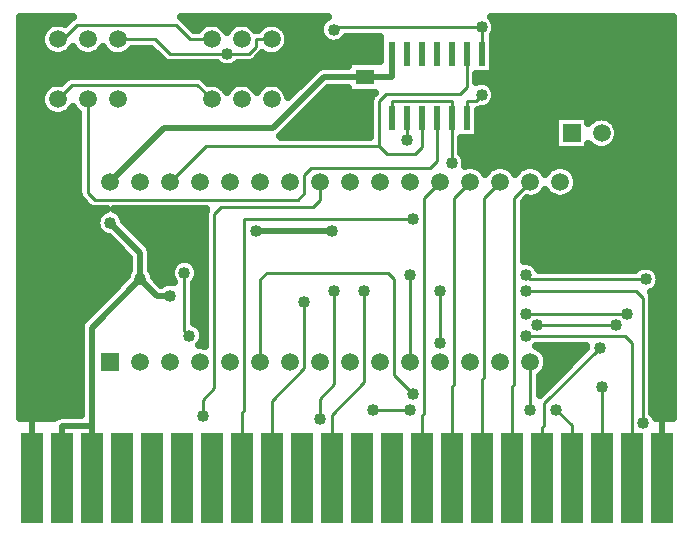
<source format=gtl>
G04 DipTrace 3.0.0.2*
G04 C64cart.GTL*
%MOMM*%
G04 #@! TF.FileFunction,Copper,L1,Top*
G04 #@! TF.Part,Single*
G04 #@! TA.AperFunction,Conductor*
%ADD10C,0.25*%
%ADD13C,0.5*%
G04 #@! TA.AperFunction,CopperBalancing*
%ADD14C,0.635*%
G04 #@! TA.AperFunction,ComponentPad*
%ADD15R,1.5X1.5*%
%ADD16C,1.5*%
%ADD17R,0.6X2.0*%
G04 #@! TA.AperFunction,ComponentPad*
%ADD18C,1.5*%
%ADD19R,1.5X1.3*%
%ADD20R,1.91X7.62*%
G04 #@! TA.AperFunction,ViaPad*
%ADD21C,1.016*%
%FSLAX35Y35*%
G04*
G71*
G90*
G75*
G01*
G04 Top*
%LPD*%
X3534300Y2967000D2*
D10*
Y2409790D1*
X3255050Y2130540D1*
Y1477050D1*
X4454000Y3669350D2*
X3026300D1*
Y2052970D1*
X3001050Y2027720D1*
Y1477050D1*
X2397800Y3985300D2*
X2700300Y4287800D1*
X4169300D1*
Y4670550D1*
X4227300Y4728550D1*
X4848050D1*
X4906050Y4786550D1*
Y5065050D1*
X4169300Y4287800D2*
X4235300Y4221800D1*
X4467050D1*
X4525050Y4279800D1*
Y4525050D1*
X4271050D2*
Y4670550D1*
X4779050D1*
Y4525050D1*
X4042300Y3063300D2*
Y2293790D1*
X3763050Y2014540D1*
Y1477050D1*
X4779050Y4525050D2*
Y4144100D1*
X5408600Y3063300D2*
X6341350D1*
X6399350Y3005300D1*
Y1941850D1*
X4683800Y2620100D2*
Y3063300D1*
X5408600Y3197900D2*
X5446900Y3159600D1*
X6423100D1*
X4429800Y3197900D2*
Y2461300D1*
X5503780Y2774400D2*
X6172500D1*
X5408600Y2870700D2*
X6268800D1*
X4454000Y2192460D2*
X4296300Y2350160D1*
Y3159600D1*
X4238300Y3217600D1*
X3217800D1*
X3159800Y3159600D1*
Y2461300D1*
X4113350Y2057860D2*
X4428750D1*
X3788300Y3063300D2*
Y2272940D1*
X3666750Y2151390D1*
Y1980160D1*
X2676010Y1999850D2*
Y2141190D1*
X2772300Y2237480D1*
Y3716580D1*
X2830300Y3774580D1*
X3609800D1*
X3667800Y3832580D1*
Y3985300D1*
X3255050Y5191800D2*
X3121550D1*
Y5129300D1*
X3063550Y5071300D1*
X2880550D1*
X2392300D1*
X2271800Y5191800D1*
X1953300D1*
X2747050Y4683800D2*
X2626550Y4804300D1*
X1565800D1*
X1445300Y4683800D1*
X2556600Y2684050D2*
X2518300Y2722350D1*
Y3214650D1*
X1445300Y5191800D2*
X1490800D1*
X1611300Y5312300D1*
X2448050D1*
X2568550Y5191800D1*
X2747050D1*
X5408600Y2678100D2*
X6245050D1*
X6303050Y2620100D1*
Y1477050D1*
X6049050Y2250470D2*
Y1477050D1*
X5662600Y2057850D2*
X5795050Y1925400D1*
Y1477050D1*
X5445800Y2057850D2*
Y2461300D1*
X6037900Y2581800D2*
X5566300Y2110200D1*
Y1928800D1*
X5541050Y1903550D1*
Y1477050D1*
X5445800Y3985300D2*
X5312300Y3851800D1*
Y2277630D1*
X5287050Y2252380D1*
Y1477050D1*
X5191800Y3985300D2*
X5058300Y3851800D1*
Y2335640D1*
X5033050Y2310390D1*
Y1477050D1*
X4937800Y3985300D2*
X4804300Y3851800D1*
Y2277650D1*
X4779050Y2252400D1*
Y1477050D1*
X4683800Y3985300D2*
X4550300Y3851800D1*
Y2030980D1*
X4525050Y2005730D1*
Y1477050D1*
X5033050Y4525050D2*
D13*
X5188310D1*
Y4188080D1*
X5795050Y5160050D2*
X6049050D1*
X3890010Y4535500D2*
Y4684300D1*
X4048800D1*
X1223050Y2048550D2*
Y1477050D1*
X6557050Y2119250D2*
Y1477050D1*
X5941600Y3287300D2*
X6474050D1*
X6557050Y3204300D1*
Y2119250D1*
X5188310Y4188080D2*
Y4137280D1*
X5858600D1*
X5941600Y4054280D1*
Y3287300D1*
X4398050Y4341250D2*
D10*
Y4525050D1*
X5033050Y4721350D2*
X4982250Y4670550D1*
X4906050D1*
Y4525050D1*
X5033050Y5293550D2*
Y5065050D1*
X3781220Y5274000D2*
X3800770Y5293550D1*
X5033050D1*
X1699300Y4683800D2*
Y3890580D1*
X1757300Y3832580D1*
X3476300D1*
X3534300Y3890580D1*
Y4047800D1*
X3592300Y4105800D1*
X4594050D1*
X4652050Y4163800D1*
Y4525050D1*
X1889800Y3637300D2*
D13*
X2143800Y3383300D1*
Y3163050D1*
X1889800Y3985300D2*
X2344507Y4440007D1*
X3264470D1*
X3698763Y4874300D1*
X4048800D1*
X2143800Y3163050D2*
X1731050Y2750300D1*
Y1916050D1*
X1477050D1*
Y1477050D1*
X3122600Y3573050D2*
X3763000D1*
X2143800Y3163050D2*
X2284000Y3022850D1*
X2397800D1*
X1731050Y1916050D2*
Y1477050D1*
X4048800Y4874300D2*
X4271050D1*
Y5065050D1*
D21*
X3534300Y2967000D3*
X4454000Y3669350D3*
X4779050Y4144100D3*
X4042300Y3063300D3*
X6399350Y1941850D3*
X5408600Y3063300D3*
X4683800D3*
Y2620100D3*
X6423100Y3159600D3*
X5408600Y3197900D3*
X4429800D3*
X6172500Y2774400D3*
X5503780D3*
X6268800Y2870700D3*
X5408600D3*
X4454000Y2192460D3*
X4428750Y2057860D3*
X4113350D3*
X3666750Y1980160D3*
X3788300Y3063300D3*
X2676010Y1999850D3*
X5408600Y2678100D3*
X6049050Y2250470D3*
X5662600Y2057850D3*
X5445800D3*
X6037900Y2581800D3*
X5188310Y4188080D3*
X3890010Y4535500D3*
X6557050Y2119250D3*
X5941600Y3287300D3*
X1223050Y2048550D3*
X4398050Y4341250D3*
X2880550Y5071300D3*
X2518300Y3214650D3*
X2556600Y2684050D3*
X3781220Y5274000D3*
X5033050Y5293550D3*
Y4721350D3*
X1889800Y3637300D3*
X3763000Y3573050D3*
X3122600D3*
X2397800Y3022850D3*
X2143800Y3163050D3*
X1134150Y5319133D2*
D14*
X1375387D1*
X2560357D2*
X2677137D1*
X2816963D2*
X2931137D1*
X3070963D2*
X3185137D1*
X3324963D2*
X3665730D1*
X5154680D2*
X6646013D1*
X1134150Y5255967D2*
X1312013D1*
X3388337D2*
X3658163D1*
X5151330D2*
X6646013D1*
X1134150Y5192800D2*
X1296633D1*
X3403717D2*
X3689170D1*
X3873270D2*
X4167403D1*
X5136697D2*
X6646013D1*
X1134150Y5129633D2*
X1311020D1*
X3389330D2*
X4167403D1*
X5136697D2*
X6646013D1*
X1134150Y5066467D2*
X1371543D1*
X1519057D2*
X1625543D1*
X1773057D2*
X1879543D1*
X2027057D2*
X2278030D1*
X3328807D2*
X4167403D1*
X5136697D2*
X6646013D1*
X1134150Y5003300D2*
X2344260D1*
X3111517D2*
X3900133D1*
X5136697D2*
X6646013D1*
X1134150Y4940133D2*
X3627777D1*
X5136697D2*
X6646013D1*
X1134150Y4876967D2*
X1526573D1*
X2665777D2*
X3564650D1*
X4992210D2*
X6646013D1*
X1134150Y4813800D2*
X1381093D1*
X2811257D2*
X2936843D1*
X3065257D2*
X3190843D1*
X3319257D2*
X3501397D1*
X5112883D2*
X6646013D1*
X1134150Y4750633D2*
X1313377D1*
X3386973D2*
X3438270D1*
X3711917D2*
X3900133D1*
X5153810D2*
X6646013D1*
X1134150Y4687467D2*
X1296757D1*
X3648787D2*
X4085053D1*
X5152570D2*
X6646013D1*
X1134150Y4624300D2*
X1309657D1*
X3585537D2*
X4083193D1*
X5106683D2*
X6646013D1*
X1134150Y4561133D2*
X1366830D1*
X1523770D2*
X1613140D1*
X3522407D2*
X4083193D1*
X5009697D2*
X6646013D1*
X1134150Y4497967D2*
X1613140D1*
X3459280D2*
X4083193D1*
X5009697D2*
X5646383D1*
X6156667D2*
X6646013D1*
X1134150Y4434800D2*
X1613140D1*
X3396027D2*
X4083193D1*
X5009697D2*
X5646383D1*
X6192880D2*
X6646013D1*
X1134150Y4371633D2*
X1613140D1*
X3332777D2*
X4083193D1*
X5009697D2*
X5646383D1*
X6195237D2*
X6646013D1*
X1134150Y4308467D2*
X1613140D1*
X4865210D2*
X5646383D1*
X6165967D2*
X6646013D1*
X1134150Y4245300D2*
X1613140D1*
X4865210D2*
X6646013D1*
X1134150Y4182133D2*
X1613140D1*
X4897207D2*
X6646013D1*
X1134150Y4118967D2*
X1613140D1*
X4992953D2*
X5136647D1*
X5246953D2*
X5390647D1*
X5500953D2*
X5644647D1*
X5754953D2*
X6646013D1*
X1134150Y4055800D2*
X1613140D1*
X5829740D2*
X6646013D1*
X1134150Y3992633D2*
X1613140D1*
X5848220D2*
X6646013D1*
X1134150Y3929467D2*
X1613140D1*
X5837057D2*
X6646013D1*
X1134150Y3866300D2*
X1616987D1*
X5530100D2*
X5615500D1*
X5784100D2*
X6646013D1*
X1134150Y3803133D2*
X1667587D1*
X5398387D2*
X6646013D1*
X1134150Y3739967D2*
X1825097D1*
X1954503D2*
X2689663D1*
X5398387D2*
X6646013D1*
X1134150Y3676800D2*
X1772140D1*
X2007460D2*
X2686193D1*
X5398387D2*
X6646013D1*
X1134150Y3613633D2*
X1767797D1*
X2050250D2*
X2686193D1*
X5398387D2*
X6646013D1*
X1134150Y3550467D2*
X1803393D1*
X2113500D2*
X2686193D1*
X5398387D2*
X6646013D1*
X1134150Y3487300D2*
X1902983D1*
X2176630D2*
X2686193D1*
X5398387D2*
X6646013D1*
X1134150Y3424133D2*
X1966110D1*
X2232937D2*
X2686193D1*
X5398387D2*
X6646013D1*
X1134150Y3360967D2*
X2029363D1*
X2242360D2*
X2686193D1*
X5398387D2*
X6646013D1*
X1134150Y3297800D2*
X2045240D1*
X2242360D2*
X2428100D1*
X2608480D2*
X2686193D1*
X5477883D2*
X6646013D1*
X1134150Y3234633D2*
X2043503D1*
X2244097D2*
X2395603D1*
X2641097D2*
X2686193D1*
X6520673D2*
X6646013D1*
X1134150Y3171467D2*
X2015350D1*
X2272250D2*
X2402053D1*
X2634523D2*
X2686193D1*
X6546967D2*
X6646013D1*
X1134150Y3108300D2*
X1952220D1*
X2604387D2*
X2686193D1*
X6535803D2*
X6646013D1*
X1134150Y3045133D2*
X1889093D1*
X2604387D2*
X2686193D1*
X6474787D2*
X6646013D1*
X1134150Y2981967D2*
X1825840D1*
X2604387D2*
X2686193D1*
X6485450D2*
X6646013D1*
X1134150Y2918800D2*
X1762713D1*
X2604387D2*
X2686193D1*
X6485450D2*
X6646013D1*
X1134150Y2855633D2*
X1699587D1*
X2604387D2*
X2686193D1*
X6485450D2*
X6646013D1*
X1134150Y2792467D2*
X1642660D1*
X2609720D2*
X2686193D1*
X6485450D2*
X6646013D1*
X1134150Y2729300D2*
X1632490D1*
X6485450D2*
X6646013D1*
X1134150Y2666133D2*
X1632490D1*
X6485450D2*
X6646013D1*
X1134150Y2602967D2*
X1632490D1*
X6485450D2*
X6646013D1*
X1134150Y2539800D2*
X1632490D1*
X5570780D2*
X5876820D1*
X6485450D2*
X6646013D1*
X1134150Y2476633D2*
X1632490D1*
X5593600D2*
X5813567D1*
X6485450D2*
X6646013D1*
X1134150Y2413467D2*
X1632490D1*
X5586157D2*
X5750440D1*
X6485450D2*
X6646013D1*
X1134150Y2350300D2*
X1632490D1*
X5541137D2*
X5687310D1*
X6485450D2*
X6646013D1*
X1134150Y2287133D2*
X1632490D1*
X5531960D2*
X5624060D1*
X6485450D2*
X6646013D1*
X1134150Y2223967D2*
X1632490D1*
X6485450D2*
X6646013D1*
X1134150Y2160800D2*
X1632490D1*
X6485450D2*
X6646013D1*
X1134150Y2097633D2*
X1632490D1*
X6485450D2*
X6646013D1*
X1134150Y2034467D2*
X1632490D1*
X6485450D2*
X6646013D1*
X2642687Y2603233D2*
X2662963Y2603150D1*
X2685017Y2599660D1*
X2692537Y2597537D1*
X2692757Y3722837D1*
X2696417Y3741233D1*
X2701217Y3752820D1*
X1917367Y3752127D1*
X1934990Y3746400D1*
X1951503Y3737987D1*
X1966493Y3727097D1*
X1979597Y3713993D1*
X1990487Y3699003D1*
X1998900Y3682490D1*
X2004627Y3664867D1*
X2007063Y3650487D1*
X2213977Y3443237D1*
X2222490Y3431520D1*
X2229063Y3418617D1*
X2233540Y3404843D1*
X2235807Y3390540D1*
X2236090Y3236827D1*
X2249020Y3216663D1*
X2256110Y3199543D1*
X2260437Y3181523D1*
X2261063Y3176237D1*
X2322277Y3115090D1*
X2344187Y3128070D1*
X2361307Y3135160D1*
X2379327Y3139487D1*
X2397800Y3140940D1*
X2416273Y3139487D1*
X2429863Y3136410D1*
X2417613Y3152947D1*
X2409200Y3169460D1*
X2403473Y3187083D1*
X2400573Y3205383D1*
Y3223917D1*
X2403473Y3242217D1*
X2409200Y3259840D1*
X2417613Y3276353D1*
X2428503Y3291343D1*
X2441607Y3304447D1*
X2456597Y3315337D1*
X2473110Y3323750D1*
X2490733Y3329477D1*
X2509033Y3332377D1*
X2527567D1*
X2545867Y3329477D1*
X2563490Y3323750D1*
X2580003Y3315337D1*
X2594993Y3304447D1*
X2608097Y3291343D1*
X2618987Y3276353D1*
X2627400Y3259840D1*
X2633127Y3242217D1*
X2636027Y3223917D1*
Y3205383D1*
X2633127Y3187083D1*
X2627400Y3169460D1*
X2618987Y3152947D1*
X2608097Y3137957D1*
X2598053Y3127680D1*
X2598090Y2794583D1*
X2618303Y2784737D1*
X2633293Y2773847D1*
X2646397Y2760743D1*
X2657287Y2745753D1*
X2665700Y2729240D1*
X2671427Y2711617D1*
X2674327Y2693317D1*
Y2674783D1*
X2671427Y2656483D1*
X2665700Y2638860D1*
X2657287Y2622347D1*
X2646397Y2607357D1*
X2642633Y2603287D1*
X5587650Y2450137D2*
X5584160Y2428083D1*
X5577260Y2406847D1*
X5567123Y2386953D1*
X5553997Y2368890D1*
X5538210Y2353103D1*
X5525553Y2343590D1*
X5525590Y2182370D1*
X5919867Y2576607D1*
X5921037Y2598367D1*
X5495577Y2598310D1*
X5500253Y2592760D1*
X5520147Y2582623D1*
X5538210Y2569497D1*
X5553997Y2553710D1*
X5567123Y2535647D1*
X5577260Y2515753D1*
X5584160Y2494517D1*
X5587650Y2472463D1*
Y2450137D1*
X5841650Y3974137D2*
X5838160Y3952083D1*
X5831260Y3930847D1*
X5821123Y3910953D1*
X5807997Y3892890D1*
X5792210Y3877103D1*
X5774147Y3863977D1*
X5754253Y3853840D1*
X5733017Y3846940D1*
X5710963Y3843450D1*
X5688637D1*
X5666583Y3846940D1*
X5645347Y3853840D1*
X5625453Y3863977D1*
X5607390Y3877103D1*
X5591603Y3892890D1*
X5578477Y3910953D1*
X5572580Y3920703D1*
X5560917Y3901663D1*
X5546413Y3884687D1*
X5529437Y3870183D1*
X5510397Y3858520D1*
X5489770Y3849973D1*
X5468060Y3844763D1*
X5445800Y3843010D1*
X5423540Y3844763D1*
X5418960Y3845673D1*
X5391983Y3818643D1*
X5392090Y3314903D1*
X5408600Y3315990D1*
X5427073Y3314537D1*
X5445093Y3310210D1*
X5462213Y3303120D1*
X5478010Y3293437D1*
X5492103Y3281403D1*
X5504137Y3267310D1*
X5513820Y3251513D1*
X5519067Y3239387D1*
X6336023Y3239390D1*
X6353690Y3255137D1*
X6369487Y3264820D1*
X6386607Y3271910D1*
X6404627Y3276237D1*
X6423100Y3277690D1*
X6441573Y3276237D1*
X6459593Y3271910D1*
X6476713Y3264820D1*
X6492510Y3255137D1*
X6506603Y3243103D1*
X6518637Y3229010D1*
X6528320Y3213213D1*
X6535410Y3196093D1*
X6539737Y3178073D1*
X6541190Y3159600D1*
X6539737Y3141127D1*
X6535410Y3123107D1*
X6528320Y3105987D1*
X6518637Y3090190D1*
X6506603Y3076097D1*
X6492510Y3064063D1*
X6476713Y3054380D1*
X6465673Y3049533D1*
X6473067Y3035837D1*
X6478157Y3017783D1*
X6479140Y3005300D1*
Y2028863D1*
X6489147Y2018543D1*
X6500037Y2003553D1*
X6509190Y1985037D1*
X6652300Y1985050D1*
Y5382300D1*
X5111060D1*
X5122847Y5370243D1*
X5133737Y5355253D1*
X5142150Y5338740D1*
X5147877Y5321117D1*
X5150777Y5302817D1*
Y5284283D1*
X5147877Y5265983D1*
X5142150Y5248360D1*
X5133737Y5231847D1*
X5130337Y5226760D1*
X5130340Y4897760D1*
X4985853D1*
X4985840Y4829530D1*
X5005483Y4836177D1*
X5023783Y4839077D1*
X5042317D1*
X5060617Y4836177D1*
X5078240Y4830450D1*
X5094753Y4822037D1*
X5109743Y4811147D1*
X5122847Y4798043D1*
X5133737Y4783053D1*
X5142150Y4766540D1*
X5147877Y4748917D1*
X5150777Y4730617D1*
Y4712083D1*
X5147877Y4693783D1*
X5142150Y4676160D1*
X5133737Y4659647D1*
X5122847Y4644657D1*
X5109743Y4631553D1*
X5094753Y4620663D1*
X5078240Y4612250D1*
X5060617Y4606523D1*
X5042317Y4603623D1*
X5025557Y4603553D1*
X5012783Y4596833D1*
X5005940Y4594393D1*
X5003340Y4565340D1*
Y4357760D1*
X4858853D1*
X4858840Y4231240D1*
X4874587Y4213510D1*
X4884270Y4197713D1*
X4891360Y4180593D1*
X4895687Y4162573D1*
X4897140Y4144100D1*
X4895687Y4125627D1*
X4894747Y4120903D1*
X4915540Y4125837D1*
X4937800Y4127590D1*
X4960060Y4125837D1*
X4981770Y4120627D1*
X5002397Y4112080D1*
X5021437Y4100417D1*
X5038413Y4085913D1*
X5052917Y4068937D1*
X5064783Y4049463D1*
X5076683Y4068937D1*
X5091187Y4085913D1*
X5108163Y4100417D1*
X5127203Y4112080D1*
X5147830Y4120627D1*
X5169540Y4125837D1*
X5191800Y4127590D1*
X5214060Y4125837D1*
X5235770Y4120627D1*
X5256397Y4112080D1*
X5275437Y4100417D1*
X5292413Y4085913D1*
X5306917Y4068937D1*
X5318783Y4049463D1*
X5330683Y4068937D1*
X5345187Y4085913D1*
X5362163Y4100417D1*
X5381203Y4112080D1*
X5401830Y4120627D1*
X5423540Y4125837D1*
X5445800Y4127590D1*
X5468060Y4125837D1*
X5489770Y4120627D1*
X5510397Y4112080D1*
X5529437Y4100417D1*
X5546413Y4085913D1*
X5560917Y4068937D1*
X5572783Y4049463D1*
X5584683Y4068937D1*
X5599187Y4085913D1*
X5616163Y4100417D1*
X5635203Y4112080D1*
X5655830Y4120627D1*
X5677540Y4125837D1*
X5699800Y4127590D1*
X5722060Y4125837D1*
X5743770Y4120627D1*
X5764397Y4112080D1*
X5783437Y4100417D1*
X5800413Y4085913D1*
X5814917Y4068937D1*
X5826580Y4049897D1*
X5835127Y4029270D1*
X5840337Y4007560D1*
X5842090Y3985300D1*
X5841650Y3974137D1*
X4173760Y5006527D2*
Y5213897D1*
X3882733Y5213760D1*
X3871017Y5197307D1*
X3857913Y5184203D1*
X3842923Y5173313D1*
X3826410Y5164900D1*
X3808787Y5159173D1*
X3790487Y5156273D1*
X3771953D1*
X3753653Y5159173D1*
X3736030Y5164900D1*
X3719517Y5173313D1*
X3704527Y5184203D1*
X3691423Y5197307D1*
X3680533Y5212297D1*
X3672120Y5228810D1*
X3666393Y5246433D1*
X3663493Y5264733D1*
Y5283267D1*
X3666393Y5301567D1*
X3672120Y5319190D1*
X3680533Y5335703D1*
X3691423Y5350693D1*
X3704527Y5363797D1*
X3719517Y5374687D1*
X3734350Y5382327D1*
X2486230Y5382300D1*
X2499870Y5372973D1*
X2601553Y5271640D1*
X2631933Y5275437D1*
X2646437Y5292413D1*
X2663413Y5306917D1*
X2682453Y5318580D1*
X2703080Y5327127D1*
X2724790Y5332337D1*
X2747050Y5334090D1*
X2769310Y5332337D1*
X2791020Y5327127D1*
X2811647Y5318580D1*
X2830687Y5306917D1*
X2847663Y5292413D1*
X2862167Y5275437D1*
X2874033Y5255963D1*
X2885933Y5275437D1*
X2900437Y5292413D1*
X2917413Y5306917D1*
X2936453Y5318580D1*
X2957080Y5327127D1*
X2978790Y5332337D1*
X3001050Y5334090D1*
X3023310Y5332337D1*
X3045020Y5327127D1*
X3065647Y5318580D1*
X3084687Y5306917D1*
X3101663Y5292413D1*
X3116167Y5275437D1*
X3118807Y5271480D1*
X3137300Y5271590D1*
X3146853Y5284210D1*
X3162640Y5299997D1*
X3180703Y5313123D1*
X3200597Y5323260D1*
X3221833Y5330160D1*
X3243887Y5333650D1*
X3266213D1*
X3288267Y5330160D1*
X3309503Y5323260D1*
X3329397Y5313123D1*
X3347460Y5299997D1*
X3363247Y5284210D1*
X3376373Y5266147D1*
X3386510Y5246253D1*
X3393410Y5225017D1*
X3396900Y5202963D1*
Y5180637D1*
X3393410Y5158583D1*
X3386510Y5137347D1*
X3376373Y5117453D1*
X3363247Y5099390D1*
X3347460Y5083603D1*
X3329397Y5070477D1*
X3309503Y5060340D1*
X3288267Y5053440D1*
X3266213Y5049950D1*
X3243887D1*
X3221833Y5053440D1*
X3200597Y5060340D1*
X3180703Y5070477D1*
X3177620Y5072540D1*
X3115370Y5010627D1*
X3099773Y5000207D1*
X3082177Y4993713D1*
X3063550Y4991510D1*
X3062693Y4991543D1*
X2967680Y4991510D1*
X2949960Y4975763D1*
X2934163Y4966080D1*
X2917043Y4958990D1*
X2899023Y4954663D1*
X2880550Y4953210D1*
X2862077Y4954663D1*
X2844057Y4958990D1*
X2826937Y4966080D1*
X2811140Y4975763D1*
X2797047Y4987797D1*
X2793580Y4991547D1*
X2386040Y4991757D1*
X2367643Y4995417D1*
X2350610Y5003267D1*
X2335880Y5014880D1*
X2335300Y5015510D1*
X2238800Y5111960D1*
X2071007Y5112010D1*
X2061497Y5099390D1*
X2045710Y5083603D1*
X2027647Y5070477D1*
X2007753Y5060340D1*
X1986517Y5053440D1*
X1964463Y5049950D1*
X1942137D1*
X1920083Y5053440D1*
X1898847Y5060340D1*
X1878953Y5070477D1*
X1860890Y5083603D1*
X1845103Y5099390D1*
X1831977Y5117453D1*
X1826080Y5127203D1*
X1814417Y5108163D1*
X1799913Y5091187D1*
X1782937Y5076683D1*
X1763897Y5065020D1*
X1743270Y5056473D1*
X1721560Y5051263D1*
X1699300Y5049510D1*
X1677040Y5051263D1*
X1655330Y5056473D1*
X1634703Y5065020D1*
X1615663Y5076683D1*
X1598687Y5091187D1*
X1584183Y5108163D1*
X1572317Y5127637D1*
X1560417Y5108163D1*
X1545913Y5091187D1*
X1528937Y5076683D1*
X1509897Y5065020D1*
X1489270Y5056473D1*
X1467560Y5051263D1*
X1445300Y5049510D1*
X1423040Y5051263D1*
X1401330Y5056473D1*
X1380703Y5065020D1*
X1361663Y5076683D1*
X1344687Y5091187D1*
X1330183Y5108163D1*
X1318520Y5127203D1*
X1309973Y5147830D1*
X1304763Y5169540D1*
X1303010Y5191800D1*
X1304763Y5214060D1*
X1309973Y5235770D1*
X1318520Y5256397D1*
X1330183Y5275437D1*
X1344687Y5292413D1*
X1361663Y5306917D1*
X1380703Y5318580D1*
X1401330Y5327127D1*
X1423040Y5332337D1*
X1445300Y5334090D1*
X1467560Y5332337D1*
X1489270Y5327127D1*
X1506370Y5320207D1*
X1559480Y5372973D1*
X1572300Y5382300D1*
X1127800D1*
Y1985050D1*
X1415907D1*
X1428830Y1994740D1*
X1441733Y2001317D1*
X1455507Y2005790D1*
X1469810Y2008057D1*
X1638900Y2008340D1*
X1639043Y2757540D1*
X1641310Y2771843D1*
X1645783Y2785617D1*
X1652360Y2798520D1*
X1660873Y2810237D1*
X1822947Y2972713D1*
X2026493Y3176260D1*
X2028973Y3190617D1*
X2034700Y3208240D1*
X2043113Y3224753D1*
X2051560Y3236643D1*
X2051510Y3345240D1*
X1876573Y3520010D1*
X1862233Y3522473D1*
X1844610Y3528200D1*
X1828097Y3536613D1*
X1813107Y3547503D1*
X1800003Y3560607D1*
X1789113Y3575597D1*
X1780700Y3592110D1*
X1774973Y3609733D1*
X1772073Y3628033D1*
Y3646567D1*
X1774973Y3664867D1*
X1780700Y3682490D1*
X1789113Y3699003D1*
X1800003Y3713993D1*
X1813107Y3727097D1*
X1828097Y3737987D1*
X1844610Y3746400D1*
X1865750Y3752827D1*
X1751040Y3753037D1*
X1732643Y3756693D1*
X1715610Y3764547D1*
X1700880Y3776160D1*
X1700297Y3776790D1*
X1638627Y3838760D1*
X1628207Y3854357D1*
X1621713Y3871953D1*
X1619510Y3890580D1*
X1619543Y3891437D1*
X1619510Y4565887D1*
X1598687Y4583187D1*
X1584183Y4600163D1*
X1572317Y4619637D1*
X1560417Y4600163D1*
X1545913Y4583187D1*
X1528937Y4568683D1*
X1509897Y4557020D1*
X1489270Y4548473D1*
X1467560Y4543263D1*
X1445300Y4541510D1*
X1423040Y4543263D1*
X1401330Y4548473D1*
X1380703Y4557020D1*
X1361663Y4568683D1*
X1344687Y4583187D1*
X1330183Y4600163D1*
X1318520Y4619203D1*
X1309973Y4639830D1*
X1304763Y4661540D1*
X1303010Y4683800D1*
X1304763Y4706060D1*
X1309973Y4727770D1*
X1318520Y4748397D1*
X1330183Y4767437D1*
X1344687Y4784413D1*
X1361663Y4798917D1*
X1380703Y4810580D1*
X1401330Y4819127D1*
X1423040Y4824337D1*
X1445300Y4826090D1*
X1467560Y4824337D1*
X1472140Y4823427D1*
X1513980Y4864973D1*
X1529577Y4875393D1*
X1547173Y4881887D1*
X1565800Y4884090D1*
X1566657Y4884057D1*
X2632810Y4883843D1*
X2651207Y4880183D1*
X2668240Y4872333D1*
X2682970Y4860720D1*
X2683550Y4860090D1*
X2720243Y4823450D1*
X2735887Y4825650D1*
X2758213D1*
X2780267Y4822160D1*
X2801503Y4815260D1*
X2821397Y4805123D1*
X2839460Y4791997D1*
X2855247Y4776210D1*
X2868373Y4758147D1*
X2874270Y4748397D1*
X2885933Y4767437D1*
X2900437Y4784413D1*
X2917413Y4798917D1*
X2936453Y4810580D1*
X2957080Y4819127D1*
X2978790Y4824337D1*
X3001050Y4826090D1*
X3023310Y4824337D1*
X3045020Y4819127D1*
X3065647Y4810580D1*
X3084687Y4798917D1*
X3101663Y4784413D1*
X3116167Y4767437D1*
X3128033Y4747963D1*
X3139933Y4767437D1*
X3154437Y4784413D1*
X3171413Y4798917D1*
X3190453Y4810580D1*
X3211080Y4819127D1*
X3232790Y4824337D1*
X3255050Y4826090D1*
X3277310Y4824337D1*
X3299020Y4819127D1*
X3319647Y4810580D1*
X3338687Y4798917D1*
X3355663Y4784413D1*
X3370167Y4767437D1*
X3381830Y4748397D1*
X3390377Y4727770D1*
X3395587Y4706060D1*
X3396067Y4702030D1*
X3638827Y4944477D1*
X3650543Y4952990D1*
X3663447Y4959563D1*
X3677220Y4964040D1*
X3691523Y4966307D1*
X3906503Y4966590D1*
X3906510Y5006590D1*
X4173770D1*
X4127963Y4742010D2*
X3906510D1*
Y4782070D1*
X3736880Y4782010D1*
X3324407Y4369830D1*
X3335300Y4367590D1*
X4089487D1*
X4089757Y4676810D1*
X4093417Y4695207D1*
X4101267Y4712240D1*
X4112880Y4726970D1*
X4113510Y4727550D1*
X4127877Y4741967D1*
X5684510Y4540340D2*
X5937340D1*
Y4486140D1*
X5948437Y4498663D1*
X5965413Y4513167D1*
X5984453Y4524830D1*
X6005080Y4533377D1*
X6026790Y4538587D1*
X6049050Y4540340D1*
X6071310Y4538587D1*
X6093020Y4533377D1*
X6113647Y4524830D1*
X6132687Y4513167D1*
X6149663Y4498663D1*
X6164167Y4481687D1*
X6175830Y4462647D1*
X6184377Y4442020D1*
X6189587Y4420310D1*
X6191340Y4398050D1*
X6189587Y4375790D1*
X6184377Y4354080D1*
X6175830Y4333453D1*
X6164167Y4314413D1*
X6149663Y4297437D1*
X6132687Y4282933D1*
X6113647Y4271270D1*
X6093020Y4262723D1*
X6071310Y4257513D1*
X6049050Y4255760D1*
X6026790Y4257513D1*
X6005080Y4262723D1*
X5984453Y4271270D1*
X5965413Y4282933D1*
X5948437Y4297437D1*
X5937367Y4310060D1*
X5937340Y4255760D1*
X5652760D1*
Y4540340D1*
X5684510D1*
D15*
X1889800Y2461300D3*
D16*
X2143800D3*
X2397800D3*
X2651800D3*
X2905800D3*
X3159800D3*
X3413800D3*
X3667800D3*
X3921800D3*
X4175800D3*
X4429800D3*
X4683800D3*
X4937800D3*
X5191800D3*
X5445800D3*
X5699800D3*
Y3985300D3*
X5445800D3*
X5191800D3*
X4937800D3*
X4683800D3*
X4429800D3*
X4175800D3*
X3921800D3*
X3667800D3*
X3413800D3*
X3159800D3*
X2905800D3*
X2651800D3*
X2397800D3*
X2143800D3*
X1889800D3*
D17*
X4271050Y4525050D3*
X4398050D3*
X4525050D3*
X4652050D3*
X4779050D3*
X4906050D3*
X5033050D3*
Y5065050D3*
X4906050D3*
X4779050D3*
X4652050D3*
X4525050D3*
X4398050D3*
X4271050D3*
D18*
X1445300Y4683800D3*
Y5191800D3*
X1699300Y4683800D3*
Y5191800D3*
X1953300Y4683800D3*
Y5191800D3*
X2747050Y4683800D3*
Y5191800D3*
X3001050Y4683800D3*
Y5191800D3*
X3255050Y4683800D3*
Y5191800D3*
D19*
X4048800Y4874300D3*
Y4684300D3*
D20*
X1223050Y1477050D3*
X1477050D3*
X1731050D3*
X1985050D3*
X2239050D3*
X2493050D3*
X2747050D3*
X3001050D3*
X3255050D3*
X3509050D3*
X3763050D3*
X4017050D3*
X4271050D3*
X4525050D3*
X4779050D3*
X5033050D3*
X5287050D3*
X5541050D3*
X5795050D3*
X6049050D3*
X6303050D3*
X6557050D3*
D15*
X5795050Y4398050D3*
D18*
X6049050D3*
Y5160050D3*
X5795050D3*
G36*
X2778844Y2143840D2*
X2968957D1*
D1*
X2778844D1*
G37*
G36*
X1413385Y1096007D2*
X1604075D1*
D1*
X1413385D1*
G37*
G36*
X2175569D2*
X2366260D1*
D1*
X2175569D1*
G37*
G36*
X2937175D2*
X3127866D1*
D1*
X2937175D1*
G37*
G36*
X3699359D2*
X3890050D1*
D1*
X3699359D1*
G37*
G36*
X4715220D2*
X4905910D1*
D1*
X4715220D1*
G37*
G36*
X5477404D2*
X5668094D1*
D1*
X5477404D1*
G37*
G36*
X6239588D2*
X6430279D1*
D1*
X6239588D1*
G37*
M02*

</source>
